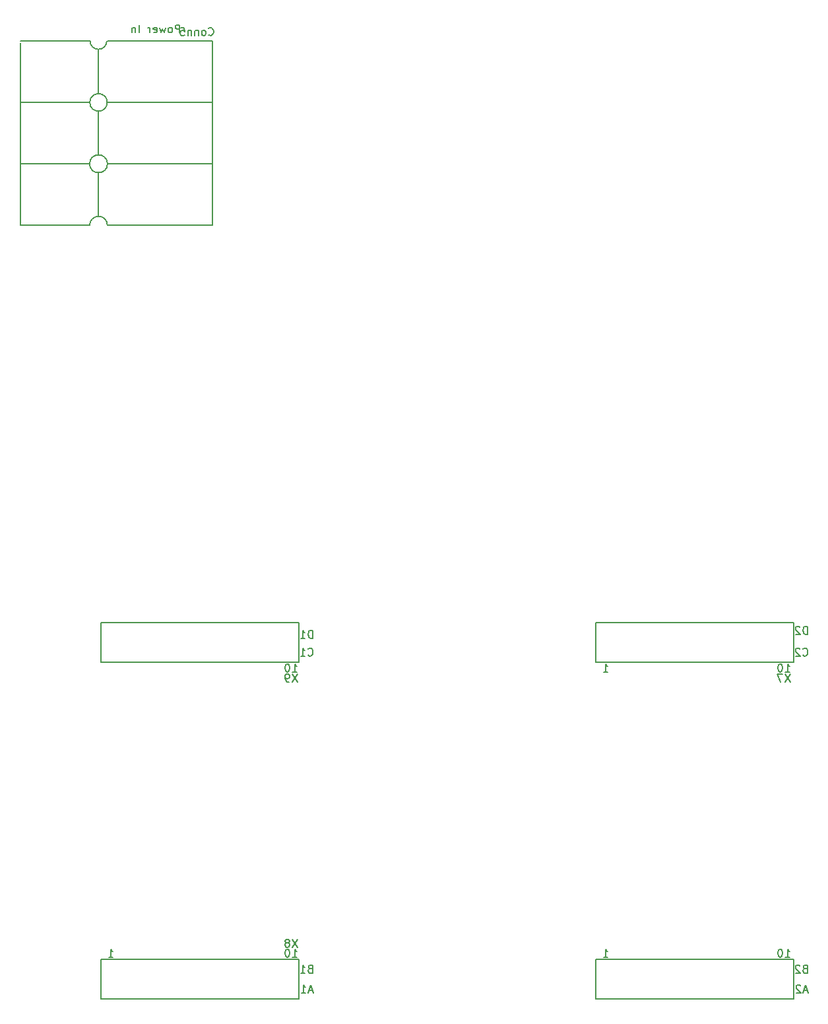
<source format=gbr>
%TF.GenerationSoftware,KiCad,Pcbnew,(5.1.10)-1*%
%TF.CreationDate,2022-03-11T21:03:14-06:00*%
%TF.ProjectId,ScienceMotorController,53636965-6e63-4654-9d6f-746f72436f6e,rev?*%
%TF.SameCoordinates,Original*%
%TF.FileFunction,Legend,Bot*%
%TF.FilePolarity,Positive*%
%FSLAX46Y46*%
G04 Gerber Fmt 4.6, Leading zero omitted, Abs format (unit mm)*
G04 Created by KiCad (PCBNEW (5.1.10)-1) date 2022-03-11 21:03:14*
%MOMM*%
%LPD*%
G01*
G04 APERTURE LIST*
%ADD10C,0.150000*%
G04 APERTURE END LIST*
D10*
X44957619Y23042619D02*
X44957619Y24042619D01*
X44576666Y24042619D01*
X44481428Y23995000D01*
X44433809Y23947380D01*
X44386190Y23852142D01*
X44386190Y23709285D01*
X44433809Y23614047D01*
X44481428Y23566428D01*
X44576666Y23518809D01*
X44957619Y23518809D01*
X43814761Y23042619D02*
X43910000Y23090238D01*
X43957619Y23137857D01*
X44005238Y23233095D01*
X44005238Y23518809D01*
X43957619Y23614047D01*
X43910000Y23661666D01*
X43814761Y23709285D01*
X43671904Y23709285D01*
X43576666Y23661666D01*
X43529047Y23614047D01*
X43481428Y23518809D01*
X43481428Y23233095D01*
X43529047Y23137857D01*
X43576666Y23090238D01*
X43671904Y23042619D01*
X43814761Y23042619D01*
X43148095Y23709285D02*
X42957619Y23042619D01*
X42767142Y23518809D01*
X42576666Y23042619D01*
X42386190Y23709285D01*
X41624285Y23090238D02*
X41719523Y23042619D01*
X41910000Y23042619D01*
X42005238Y23090238D01*
X42052857Y23185476D01*
X42052857Y23566428D01*
X42005238Y23661666D01*
X41910000Y23709285D01*
X41719523Y23709285D01*
X41624285Y23661666D01*
X41576666Y23566428D01*
X41576666Y23471190D01*
X42052857Y23375952D01*
X41148095Y23042619D02*
X41148095Y23709285D01*
X41148095Y23518809D02*
X41100476Y23614047D01*
X41052857Y23661666D01*
X40957619Y23709285D01*
X40862380Y23709285D01*
X39767142Y23042619D02*
X39767142Y24042619D01*
X39290952Y23709285D02*
X39290952Y23042619D01*
X39290952Y23614047D02*
X39243333Y23661666D01*
X39148095Y23709285D01*
X39005238Y23709285D01*
X38910000Y23661666D01*
X38862380Y23566428D01*
X38862380Y23042619D01*
%TO.C,Conn5*%
X35610800Y21971000D02*
G75*
G02*
X34544000Y20904200I-1066800J0D01*
G01*
X34518600Y20904200D02*
G75*
G02*
X33451800Y21971000I0J1066800D01*
G01*
X34544000Y-508000D02*
G75*
G02*
X35687000Y-1651000I0J-1143000D01*
G01*
X33401000Y-1651000D02*
G75*
G02*
X34544000Y-508000I1143000J0D01*
G01*
X34544000Y15265400D02*
X34544000Y20828000D01*
X34544000Y8509000D02*
X34544000Y7366000D01*
X33401000Y-1651000D02*
X32181800Y-1651000D01*
X34544000Y11785600D02*
X34544000Y12954000D01*
X36804600Y-1651000D02*
X35712400Y-1651000D01*
X34544000Y8509000D02*
X34544000Y11811000D01*
X36830000Y6223000D02*
X49149000Y6223000D01*
X32232600Y14097000D02*
X33401000Y14097000D01*
X33401000Y21971000D02*
X24511000Y21971000D01*
X34544000Y3937000D02*
X34544000Y5080000D01*
X36855400Y14097000D02*
X35661600Y14097000D01*
X34544000Y-508000D02*
X34544000Y660400D01*
X36830000Y6223000D02*
X35687000Y6223000D01*
X35661600Y14097000D02*
G75*
G03*
X35661600Y14097000I-1117600J0D01*
G01*
X35661600Y21971000D02*
X49145000Y21971000D01*
X24511000Y6197600D02*
X33401000Y6197600D01*
X34544000Y3937000D02*
X34544000Y660400D01*
X36830000Y14097000D02*
X49149000Y14097000D01*
X35687000Y6223000D02*
G75*
G03*
X35687000Y6223000I-1143000J0D01*
G01*
X32258000Y14097000D02*
X24511000Y14097000D01*
X24511000Y-1651000D02*
X32258000Y-1651000D01*
X36830000Y-1651000D02*
X49149000Y-1651000D01*
X24507000Y21719000D02*
X24507000Y-1653000D01*
X49145000Y21971000D02*
X49145000Y-1653000D01*
%TO.C,U6*%
X98354000Y-52626000D02*
X98354000Y-57706000D01*
X123754000Y-52626000D02*
X98354000Y-52626000D01*
X123754000Y-57706000D02*
X123754000Y-52626000D01*
X98354000Y-100886000D02*
X123754000Y-100886000D01*
X98354000Y-95806000D02*
X98354000Y-100886000D01*
X123754000Y-100886000D02*
X123754000Y-95806000D01*
X98354000Y-57706000D02*
X123754000Y-57706000D01*
X123754000Y-95806000D02*
X98354000Y-95806000D01*
X34854000Y-57706000D02*
X60254000Y-57706000D01*
X34854000Y-52626000D02*
X34854000Y-57706000D01*
X60254000Y-52626000D02*
X34854000Y-52626000D01*
X60254000Y-57706000D02*
X60254000Y-52626000D01*
X34854000Y-100886000D02*
X60254000Y-100886000D01*
X34854000Y-95806000D02*
X34854000Y-100886000D01*
X60254000Y-95806000D02*
X34854000Y-95806000D01*
X60254000Y-100886000D02*
X60254000Y-95806000D01*
%TO.C,Conn5*%
X48678809Y22778857D02*
X48726428Y22731238D01*
X48869285Y22683619D01*
X48964523Y22683619D01*
X49107380Y22731238D01*
X49202619Y22826476D01*
X49250238Y22921714D01*
X49297857Y23112190D01*
X49297857Y23255047D01*
X49250238Y23445523D01*
X49202619Y23540761D01*
X49107380Y23636000D01*
X48964523Y23683619D01*
X48869285Y23683619D01*
X48726428Y23636000D01*
X48678809Y23588380D01*
X48107380Y22683619D02*
X48202619Y22731238D01*
X48250238Y22778857D01*
X48297857Y22874095D01*
X48297857Y23159809D01*
X48250238Y23255047D01*
X48202619Y23302666D01*
X48107380Y23350285D01*
X47964523Y23350285D01*
X47869285Y23302666D01*
X47821666Y23255047D01*
X47774047Y23159809D01*
X47774047Y22874095D01*
X47821666Y22778857D01*
X47869285Y22731238D01*
X47964523Y22683619D01*
X48107380Y22683619D01*
X47345476Y23350285D02*
X47345476Y22683619D01*
X47345476Y23255047D02*
X47297857Y23302666D01*
X47202619Y23350285D01*
X47059761Y23350285D01*
X46964523Y23302666D01*
X46916904Y23207428D01*
X46916904Y22683619D01*
X46440714Y23350285D02*
X46440714Y22683619D01*
X46440714Y23255047D02*
X46393095Y23302666D01*
X46297857Y23350285D01*
X46155000Y23350285D01*
X46059761Y23302666D01*
X46012142Y23207428D01*
X46012142Y22683619D01*
X45059761Y23683619D02*
X45535952Y23683619D01*
X45583571Y23207428D01*
X45535952Y23255047D01*
X45440714Y23302666D01*
X45202619Y23302666D01*
X45107380Y23255047D01*
X45059761Y23207428D01*
X45012142Y23112190D01*
X45012142Y22874095D01*
X45059761Y22778857D01*
X45107380Y22731238D01*
X45202619Y22683619D01*
X45440714Y22683619D01*
X45535952Y22731238D01*
X45583571Y22778857D01*
%TO.C,U6*%
X125484285Y-99782666D02*
X125008095Y-99782666D01*
X125579523Y-100068380D02*
X125246190Y-99068380D01*
X124912857Y-100068380D01*
X124627142Y-99163619D02*
X124579523Y-99116000D01*
X124484285Y-99068380D01*
X124246190Y-99068380D01*
X124150952Y-99116000D01*
X124103333Y-99163619D01*
X124055714Y-99258857D01*
X124055714Y-99354095D01*
X124103333Y-99496952D01*
X124674761Y-100068380D01*
X124055714Y-100068380D01*
X125174761Y-97004571D02*
X125031904Y-97052190D01*
X124984285Y-97099809D01*
X124936666Y-97195047D01*
X124936666Y-97337904D01*
X124984285Y-97433142D01*
X125031904Y-97480761D01*
X125127142Y-97528380D01*
X125508095Y-97528380D01*
X125508095Y-96528380D01*
X125174761Y-96528380D01*
X125079523Y-96576000D01*
X125031904Y-96623619D01*
X124984285Y-96718857D01*
X124984285Y-96814095D01*
X125031904Y-96909333D01*
X125079523Y-96956952D01*
X125174761Y-97004571D01*
X125508095Y-97004571D01*
X124555714Y-96623619D02*
X124508095Y-96576000D01*
X124412857Y-96528380D01*
X124174761Y-96528380D01*
X124079523Y-96576000D01*
X124031904Y-96623619D01*
X123984285Y-96718857D01*
X123984285Y-96814095D01*
X124031904Y-96956952D01*
X124603333Y-97528380D01*
X123984285Y-97528380D01*
X61984285Y-99782666D02*
X61508095Y-99782666D01*
X62079523Y-100068380D02*
X61746190Y-99068380D01*
X61412857Y-100068380D01*
X60555714Y-100068380D02*
X61127142Y-100068380D01*
X60841428Y-100068380D02*
X60841428Y-99068380D01*
X60936666Y-99211238D01*
X61031904Y-99306476D01*
X61127142Y-99354095D01*
X61674761Y-97004571D02*
X61531904Y-97052190D01*
X61484285Y-97099809D01*
X61436666Y-97195047D01*
X61436666Y-97337904D01*
X61484285Y-97433142D01*
X61531904Y-97480761D01*
X61627142Y-97528380D01*
X62008095Y-97528380D01*
X62008095Y-96528380D01*
X61674761Y-96528380D01*
X61579523Y-96576000D01*
X61531904Y-96623619D01*
X61484285Y-96718857D01*
X61484285Y-96814095D01*
X61531904Y-96909333D01*
X61579523Y-96956952D01*
X61674761Y-97004571D01*
X62008095Y-97004571D01*
X60484285Y-97528380D02*
X61055714Y-97528380D01*
X60770000Y-97528380D02*
X60770000Y-96528380D01*
X60865238Y-96671238D01*
X60960476Y-96766476D01*
X61055714Y-96814095D01*
X125508095Y-54094380D02*
X125508095Y-53094380D01*
X125270000Y-53094380D01*
X125127142Y-53142000D01*
X125031904Y-53237238D01*
X124984285Y-53332476D01*
X124936666Y-53522952D01*
X124936666Y-53665809D01*
X124984285Y-53856285D01*
X125031904Y-53951523D01*
X125127142Y-54046761D01*
X125270000Y-54094380D01*
X125508095Y-54094380D01*
X124555714Y-53189619D02*
X124508095Y-53142000D01*
X124412857Y-53094380D01*
X124174761Y-53094380D01*
X124079523Y-53142000D01*
X124031904Y-53189619D01*
X123984285Y-53284857D01*
X123984285Y-53380095D01*
X124031904Y-53522952D01*
X124603333Y-54094380D01*
X123984285Y-54094380D01*
X124936666Y-56793142D02*
X124984285Y-56840761D01*
X125127142Y-56888380D01*
X125222380Y-56888380D01*
X125365238Y-56840761D01*
X125460476Y-56745523D01*
X125508095Y-56650285D01*
X125555714Y-56459809D01*
X125555714Y-56316952D01*
X125508095Y-56126476D01*
X125460476Y-56031238D01*
X125365238Y-55936000D01*
X125222380Y-55888380D01*
X125127142Y-55888380D01*
X124984285Y-55936000D01*
X124936666Y-55983619D01*
X124555714Y-55983619D02*
X124508095Y-55936000D01*
X124412857Y-55888380D01*
X124174761Y-55888380D01*
X124079523Y-55936000D01*
X124031904Y-55983619D01*
X123984285Y-56078857D01*
X123984285Y-56174095D01*
X124031904Y-56316952D01*
X124603333Y-56888380D01*
X123984285Y-56888380D01*
X62008095Y-54602380D02*
X62008095Y-53602380D01*
X61770000Y-53602380D01*
X61627142Y-53650000D01*
X61531904Y-53745238D01*
X61484285Y-53840476D01*
X61436666Y-54030952D01*
X61436666Y-54173809D01*
X61484285Y-54364285D01*
X61531904Y-54459523D01*
X61627142Y-54554761D01*
X61770000Y-54602380D01*
X62008095Y-54602380D01*
X60484285Y-54602380D02*
X61055714Y-54602380D01*
X60770000Y-54602380D02*
X60770000Y-53602380D01*
X60865238Y-53745238D01*
X60960476Y-53840476D01*
X61055714Y-53888095D01*
X61436666Y-56793142D02*
X61484285Y-56840761D01*
X61627142Y-56888380D01*
X61722380Y-56888380D01*
X61865238Y-56840761D01*
X61960476Y-56745523D01*
X62008095Y-56650285D01*
X62055714Y-56459809D01*
X62055714Y-56316952D01*
X62008095Y-56126476D01*
X61960476Y-56031238D01*
X61865238Y-55936000D01*
X61722380Y-55888380D01*
X61627142Y-55888380D01*
X61484285Y-55936000D01*
X61436666Y-55983619D01*
X60484285Y-56888380D02*
X61055714Y-56888380D01*
X60770000Y-56888380D02*
X60770000Y-55888380D01*
X60865238Y-56031238D01*
X60960476Y-56126476D01*
X61055714Y-56174095D01*
X123293523Y-59190380D02*
X122626857Y-60190380D01*
X122626857Y-59190380D02*
X123293523Y-60190380D01*
X122341142Y-59190380D02*
X121674476Y-59190380D01*
X122103047Y-60190380D01*
X60047523Y-93226380D02*
X59380857Y-94226380D01*
X59380857Y-93226380D02*
X60047523Y-94226380D01*
X58857047Y-93654952D02*
X58952285Y-93607333D01*
X58999904Y-93559714D01*
X59047523Y-93464476D01*
X59047523Y-93416857D01*
X58999904Y-93321619D01*
X58952285Y-93274000D01*
X58857047Y-93226380D01*
X58666571Y-93226380D01*
X58571333Y-93274000D01*
X58523714Y-93321619D01*
X58476095Y-93416857D01*
X58476095Y-93464476D01*
X58523714Y-93559714D01*
X58571333Y-93607333D01*
X58666571Y-93654952D01*
X58857047Y-93654952D01*
X58952285Y-93702571D01*
X58999904Y-93750190D01*
X59047523Y-93845428D01*
X59047523Y-94035904D01*
X58999904Y-94131142D01*
X58952285Y-94178761D01*
X58857047Y-94226380D01*
X58666571Y-94226380D01*
X58571333Y-94178761D01*
X58523714Y-94131142D01*
X58476095Y-94035904D01*
X58476095Y-93845428D01*
X58523714Y-93750190D01*
X58571333Y-93702571D01*
X58666571Y-93654952D01*
X60047523Y-59190380D02*
X59380857Y-60190380D01*
X59380857Y-59190380D02*
X60047523Y-60190380D01*
X58952285Y-60190380D02*
X58761809Y-60190380D01*
X58666571Y-60142761D01*
X58618952Y-60095142D01*
X58523714Y-59952285D01*
X58476095Y-59761809D01*
X58476095Y-59380857D01*
X58523714Y-59285619D01*
X58571333Y-59238000D01*
X58666571Y-59190380D01*
X58857047Y-59190380D01*
X58952285Y-59238000D01*
X58999904Y-59285619D01*
X59047523Y-59380857D01*
X59047523Y-59618952D01*
X58999904Y-59714190D01*
X58952285Y-59761809D01*
X58857047Y-59809428D01*
X58666571Y-59809428D01*
X58571333Y-59761809D01*
X58523714Y-59714190D01*
X58476095Y-59618952D01*
X99338285Y-95496380D02*
X99909714Y-95496380D01*
X99624000Y-95496380D02*
X99624000Y-94496380D01*
X99719238Y-94639238D01*
X99814476Y-94734476D01*
X99909714Y-94782095D01*
X122674476Y-95496380D02*
X123245904Y-95496380D01*
X122960190Y-95496380D02*
X122960190Y-94496380D01*
X123055428Y-94639238D01*
X123150666Y-94734476D01*
X123245904Y-94782095D01*
X122055428Y-94496380D02*
X121960190Y-94496380D01*
X121864952Y-94544000D01*
X121817333Y-94591619D01*
X121769714Y-94686857D01*
X121722095Y-94877333D01*
X121722095Y-95115428D01*
X121769714Y-95305904D01*
X121817333Y-95401142D01*
X121864952Y-95448761D01*
X121960190Y-95496380D01*
X122055428Y-95496380D01*
X122150666Y-95448761D01*
X122198285Y-95401142D01*
X122245904Y-95305904D01*
X122293523Y-95115428D01*
X122293523Y-94877333D01*
X122245904Y-94686857D01*
X122198285Y-94591619D01*
X122150666Y-94544000D01*
X122055428Y-94496380D01*
X122674476Y-58920380D02*
X123245904Y-58920380D01*
X122960190Y-58920380D02*
X122960190Y-57920380D01*
X123055428Y-58063238D01*
X123150666Y-58158476D01*
X123245904Y-58206095D01*
X122055428Y-57920380D02*
X121960190Y-57920380D01*
X121864952Y-57968000D01*
X121817333Y-58015619D01*
X121769714Y-58110857D01*
X121722095Y-58301333D01*
X121722095Y-58539428D01*
X121769714Y-58729904D01*
X121817333Y-58825142D01*
X121864952Y-58872761D01*
X121960190Y-58920380D01*
X122055428Y-58920380D01*
X122150666Y-58872761D01*
X122198285Y-58825142D01*
X122245904Y-58729904D01*
X122293523Y-58539428D01*
X122293523Y-58301333D01*
X122245904Y-58110857D01*
X122198285Y-58015619D01*
X122150666Y-57968000D01*
X122055428Y-57920380D01*
X99338285Y-58920380D02*
X99909714Y-58920380D01*
X99624000Y-58920380D02*
X99624000Y-57920380D01*
X99719238Y-58063238D01*
X99814476Y-58158476D01*
X99909714Y-58206095D01*
X59428476Y-95496380D02*
X59999904Y-95496380D01*
X59714190Y-95496380D02*
X59714190Y-94496380D01*
X59809428Y-94639238D01*
X59904666Y-94734476D01*
X59999904Y-94782095D01*
X58809428Y-94496380D02*
X58714190Y-94496380D01*
X58618952Y-94544000D01*
X58571333Y-94591619D01*
X58523714Y-94686857D01*
X58476095Y-94877333D01*
X58476095Y-95115428D01*
X58523714Y-95305904D01*
X58571333Y-95401142D01*
X58618952Y-95448761D01*
X58714190Y-95496380D01*
X58809428Y-95496380D01*
X58904666Y-95448761D01*
X58952285Y-95401142D01*
X58999904Y-95305904D01*
X59047523Y-95115428D01*
X59047523Y-94877333D01*
X58999904Y-94686857D01*
X58952285Y-94591619D01*
X58904666Y-94544000D01*
X58809428Y-94496380D01*
X35838285Y-95496380D02*
X36409714Y-95496380D01*
X36124000Y-95496380D02*
X36124000Y-94496380D01*
X36219238Y-94639238D01*
X36314476Y-94734476D01*
X36409714Y-94782095D01*
X59428476Y-58920380D02*
X59999904Y-58920380D01*
X59714190Y-58920380D02*
X59714190Y-57920380D01*
X59809428Y-58063238D01*
X59904666Y-58158476D01*
X59999904Y-58206095D01*
X58809428Y-57920380D02*
X58714190Y-57920380D01*
X58618952Y-57968000D01*
X58571333Y-58015619D01*
X58523714Y-58110857D01*
X58476095Y-58301333D01*
X58476095Y-58539428D01*
X58523714Y-58729904D01*
X58571333Y-58825142D01*
X58618952Y-58872761D01*
X58714190Y-58920380D01*
X58809428Y-58920380D01*
X58904666Y-58872761D01*
X58952285Y-58825142D01*
X58999904Y-58729904D01*
X59047523Y-58539428D01*
X59047523Y-58301333D01*
X58999904Y-58110857D01*
X58952285Y-58015619D01*
X58904666Y-57968000D01*
X58809428Y-57920380D01*
%TD*%
M02*

</source>
